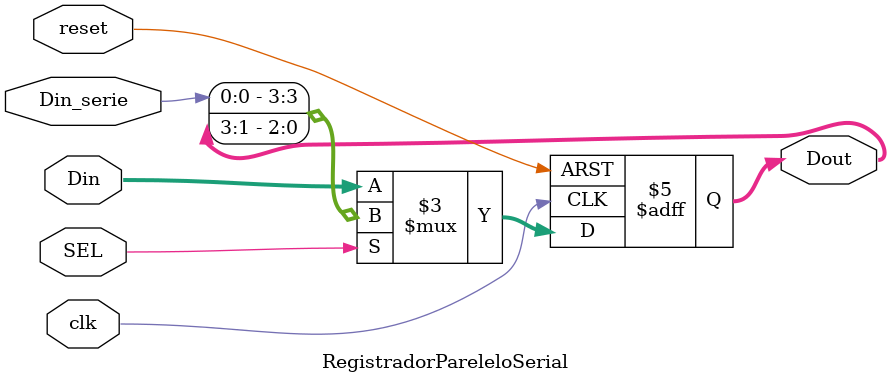
<source format=sv>
parameter N_BITS = 4; // Número de bits armazenados
module RegistradorPareleloSerial(
    input logic clk, reset, 
    input logic Din_serie, // Entrada serial
    input logic SEL, // Variável de seleção entre paralelo e serial
  input logic [N_BITS-1:0] Din, // Entrada paralela
  output logic [N_BITS-1:0] Dout // Saída

);
    always_ff @ (posedge reset or posedge clk) begin
        if (reset)
            Dout <= 0; // Caso de reset do valor de saída
        else begin
            if (SEL)
              	// Registro de forma serial
                Dout <= {Din_serie, Dout[N_BITS-1:1]};
            else 
              	// Registro de forma paralela
                Dout <= Din;
        end
    end
endmodule

</source>
